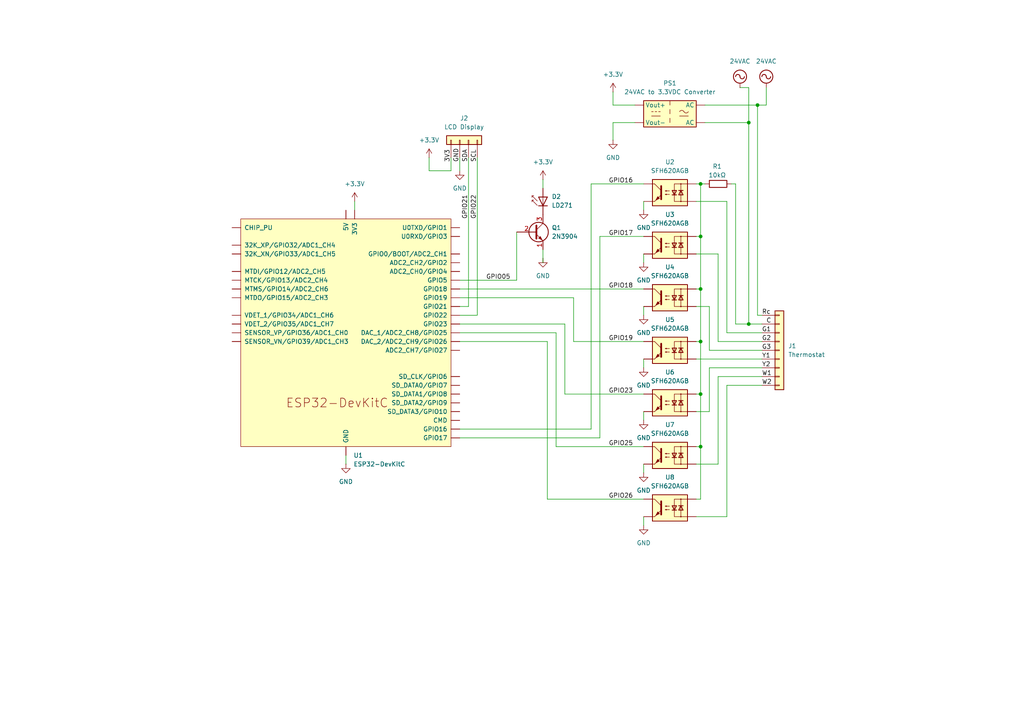
<source format=kicad_sch>
(kicad_sch (version 20231120) (generator "eeschema") (generator_version "8.0")
  (paper "A4")
  (lib_symbols
    (symbol "Connector_Generic:Conn_01x04" (pin_numbers hide) (pin_names (offset 1.016) hide)
      (property "Reference" "J" (at 0 5.08 0))
      (property "Value" "Conn_01x04" (at 0 -7.62 0))
      (symbol "Conn_01x04_1_1"
        (rectangle (start -1.27 -4.953) (end 0 -5.207) (stroke (width 0.1524)))
        (rectangle (start -1.27 -2.413) (end 0 -2.667) (stroke (width 0.1524)))
        (rectangle (start -1.27 0.127) (end 0 -0.127) (stroke (width 0.1524)))
        (rectangle (start -1.27 2.667) (end 0 2.413) (stroke (width 0.1524)))
        (rectangle (start -1.27 3.81) (end 1.27 -6.35) (stroke (width 0.254)) (fill (type background)))
        (pin passive line (at -5.08 2.54 0) (length 3.81) (name "Pin_1") (number "1"))
        (pin passive line (at -5.08 0 0) (length 3.81) (name "Pin_2") (number "2"))
        (pin passive line (at -5.08 -2.54 0) (length 3.81) (name "Pin_3") (number "3"))
        (pin passive line (at -5.08 -5.08 0) (length 3.81) (name "Pin_4") (number "4"))
      )
    )
    (symbol "Connector_Generic:Conn_01x09" (pin_numbers hide) (pin_names (offset 1.016) hide)
      (property "Reference" "J" (at 0 12.7 0))
      (property "Value" "Conn_01x09" (at 0 -12.7 0))
      (symbol "Conn_01x09_1_1"
        (rectangle (start -1.27 -10.033) (end 0 -10.287) (stroke (width 0.1524)))
        (rectangle (start -1.27 -7.493) (end 0 -7.747) (stroke (width 0.1524)))
        (rectangle (start -1.27 -4.953) (end 0 -5.207) (stroke (width 0.1524)))
        (rectangle (start -1.27 -2.413) (end 0 -2.667) (stroke (width 0.1524)))
        (rectangle (start -1.27 0.127) (end 0 -0.127) (stroke (width 0.1524)))
        (rectangle (start -1.27 2.667) (end 0 2.413) (stroke (width 0.1524)))
        (rectangle (start -1.27 5.207) (end 0 4.953) (stroke (width 0.1524)))
        (rectangle (start -1.27 7.747) (end 0 7.493) (stroke (width 0.1524)))
        (rectangle (start -1.27 10.287) (end 0 10.033) (stroke (width 0.1524)))
        (rectangle (start -1.27 11.43) (end 1.27 -11.43) (stroke (width 0.254)) (fill (type background)))
        (pin passive line (at -5.08 10.16 0) (length 3.81) (name "Pin_1") (number "1"))
        (pin passive line (at -5.08 7.62 0) (length 3.81) (name "Pin_2") (number "2"))
        (pin passive line (at -5.08 5.08 0) (length 3.81) (name "Pin_3") (number "3"))
        (pin passive line (at -5.08 2.54 0) (length 3.81) (name "Pin_4") (number "4"))
        (pin passive line (at -5.08 0 0) (length 3.81) (name "Pin_5") (number "5"))
        (pin passive line (at -5.08 -2.54 0) (length 3.81) (name "Pin_6") (number "6"))
        (pin passive line (at -5.08 -5.08 0) (length 3.81) (name "Pin_7") (number "7"))
        (pin passive line (at -5.08 -7.62 0) (length 3.81) (name "Pin_8") (number "8"))
        (pin passive line (at -5.08 -10.16 0) (length 3.81) (name "Pin_9") (number "9"))
      )
    )
    (symbol "Converter_ACDC:TMLM10124" (pin_numbers hide)
      (property "Reference" "PS" (at 0 5.08 0))
      (property "Value" "TMLM10124" (at 0 -5.08 0))
      (symbol "TMLM10124_0_1"
        (rectangle (start -7.62 3.81) (end 7.62 -3.81) (stroke (width 0.254)) (fill (type background)))
        (arc (start -5.334 0.635) (mid -4.699 0.2495) (end -4.064 0.635))
        (arc (start -2.794 0.635) (mid -3.429 1.0072) (end -4.064 0.635))
        (polyline (pts (xy -5.334 -0.635) (xy -2.794 -0.635)))
        (polyline (pts (xy 2.794 -0.635) (xy 5.334 -0.635)))
        (polyline (pts (xy 2.794 0.635) (xy 3.302 0.635)))
        (polyline (pts (xy 3.81 0.635) (xy 4.318 0.635)))
        (polyline (pts (xy 4.826 0.635) (xy 5.334 0.635)))
      )
      (symbol "TMLM10124_1_1"
        (polyline (pts (xy 0 -1.27) (xy 0 -2.54)))
        (polyline (pts (xy 0 1.27) (xy 0 0)))
        (polyline (pts (xy 0 3.81) (xy 0 2.54)))
        (pin power_out line (at 10.16 -2.54 180) (length 2.54) (name "Vout-") (number "1"))
        (pin power_out line (at 10.16 2.54 180) (length 2.54) (name "Vout+") (number "2"))
        (pin power_in line (at -10.16 2.54 0) (length 2.54) (name "AC") (number "3"))
        (pin power_in line (at -10.16 -2.54 0) (length 2.54) (name "AC") (number "4"))
      )
    )
    (symbol "Device:R" (pin_numbers hide) (pin_names (offset 0))
      (property "Reference" "R" (at 2.032 0 90))
      (property "Value" "R" (at 0 0 90))
      (symbol "R_0_1"
        (rectangle (start -1.016 -2.54) (end 1.016 2.54) (stroke (width 0.254)))
      )
      (symbol "R_1_1"
        (pin passive line (at 0 3.81 270) (length 1.27) (name "~") (number "1"))
        (pin passive line (at 0 -3.81 90) (length 1.27) (name "~") (number "2"))
      )
    )
    (symbol "Isolator:TCMT1600" (pin_numbers hide) (pin_names (offset 1.016))
      (property "Reference" "U" (at -5.08 5.08 0))
      (property "Value" "TCMT1600" (at 0 5.08 0))
      (symbol "TCMT1600_0_1"
        (rectangle (start -5.08 3.81) (end 5.08 -3.81) (stroke (width 0.254)) (fill (type background)))
        (circle (center -3.175 -2.54) (radius 0.127))
        (circle (center -3.175 2.54) (radius 0.127))
        (polyline (pts (xy -3.81 0.635) (xy -2.54 0.635)) (stroke (width 0.254)))
        (polyline (pts (xy -3.175 -0.635) (xy -3.175 -2.54)))
        (polyline (pts (xy -3.175 -0.635) (xy -3.175 2.54)))
        (polyline (pts (xy -1.905 -0.635) (xy -0.635 -0.635)) (stroke (width 0.254)))
        (polyline (pts (xy 2.54 0.635) (xy 4.445 2.54)))
        (polyline (pts (xy 4.445 -2.54) (xy 2.54 -0.635)) (fill (type outline)))
        (polyline (pts (xy 4.445 -2.54) (xy 5.08 -2.54)))
        (polyline (pts (xy 4.445 2.54) (xy 5.08 2.54)))
        (polyline (pts (xy -5.08 2.54) (xy -1.27 2.54) (xy -1.27 -0.635)))
        (polyline (pts (xy -1.27 -0.635) (xy -1.27 -2.54) (xy -5.08 -2.54)))
        (polyline (pts (xy 2.54 1.905) (xy 2.54 -1.905) (xy 2.54 -1.905)) (stroke (width 0.508)))
        (polyline (pts (xy -3.175 0.635) (xy -3.81 -0.635) (xy -2.54 -0.635) (xy -3.175 0.635)) (stroke (width 0.254)))
        (polyline (pts (xy -1.27 -0.635) (xy -1.905 0.635) (xy -0.635 0.635) (xy -1.27 -0.635)) (stroke (width 0.254)))
        (polyline (pts (xy 0.127 -0.508) (xy 1.397 -0.508) (xy 1.016 -0.635) (xy 1.016 -0.381) (xy 1.397 -0.508)))
        (polyline (pts (xy 0.127 0.508) (xy 1.397 0.508) (xy 1.016 0.381) (xy 1.016 0.635) (xy 1.397 0.508)))
        (polyline (pts (xy 3.048 -1.651) (xy 3.556 -1.143) (xy 4.064 -2.159) (xy 3.048 -1.651) (xy 3.048 -1.651)) (fill (type outline)))
      )
      (symbol "TCMT1600_1_1"
        (pin passive line (at -7.62 2.54 0) (length 2.54) (name "~") (number "1"))
        (pin passive line (at -7.62 -2.54 0) (length 2.54) (name "~") (number "2"))
        (pin passive line (at 7.62 -2.54 180) (length 2.54) (name "~") (number "3"))
        (pin passive line (at 7.62 2.54 180) (length 2.54) (name "~") (number "4"))
      )
    )
    (symbol "LED:LD271" (pin_numbers hide) (pin_names (offset 1.016) hide)
      (property "Reference" "D" (at 0.508 1.778 0))
      (property "Value" "LD271" (at -1.016 -2.794 0))
      (symbol "LD271_0_1"
        (polyline (pts (xy -2.54 1.27) (xy -2.54 -1.27)) (stroke (width 0.254)))
        (polyline (pts (xy 0 0) (xy -2.54 0)))
        (polyline (pts (xy 0.381 3.175) (xy -0.127 3.175)))
        (polyline (pts (xy -1.143 1.651) (xy 0.381 3.175) (xy 0.381 2.667)))
        (polyline (pts (xy 0 -1.27) (xy -2.54 0) (xy 0 1.27) (xy 0 -1.27)) (stroke (width 0.254)))
        (polyline (pts (xy -2.413 1.651) (xy -0.889 3.175) (xy -0.889 2.667) (xy -0.889 3.175) (xy -1.397 3.175)))
      )
      (symbol "LD271_1_1"
        (pin passive line (at -5.08 0 0) (length 2.54) (name "K") (number "1"))
        (pin passive line (at 2.54 0 180) (length 2.54) (name "A") (number "2"))
      )
    )
    (symbol "PCM_Espressif:ESP32-DevKitC" (pin_numbers hide) (pin_names (offset 1.016))
      (property "Reference" "U" (at -30.48 38.1 0))
      (property "Value" "ESP32-DevKitC" (at -30.48 35.56 0))
      (symbol "ESP32-DevKitC_0_0"
        (text "ESP32-DevKitC" (at -2.54 -20.32 0) (effects (font (size 2.54 2.54))))
        (pin power_in line (at 0 -35.56 90) (length 2.54) (name "GND") (number "14"))
        (pin power_in line (at 0 35.56 270) (length 2.54) (name "5V") (number "19"))
      )
      (symbol "ESP32-DevKitC_0_1"
        (rectangle (start -30.48 33.02) (end 30.48 -33.02) (fill (type background)))
      )
      (symbol "ESP32-DevKitC_1_1"
        (pin power_in line (at 2.54 35.56 270) (length 2.54) (name "3V3") (number "1"))
        (pin bidirectional line (at 33.02 -2.54 180) (length 2.54) (name "DAC_2/ADC2_CH9/GPIO26") (number "10"))
        (pin bidirectional line (at 33.02 -5.08 180) (length 2.54) (name "ADC2_CH7/GPIO27") (number "11"))
        (pin bidirectional line (at -33.02 12.7 0) (length 2.54) (name "MTMS/GPIO14/ADC2_CH6") (number "12"))
        (pin bidirectional line (at -33.02 17.78 0) (length 2.54) (name "MTDI/GPIO12/ADC2_CH5") (number "13"))
        (pin bidirectional line (at -33.02 15.24 0) (length 2.54) (name "MTCK/GPIO13/ADC2_CH4") (number "15"))
        (pin bidirectional line (at 33.02 -20.32 180) (length 2.54) (name "SD_DATA2/GPIO9") (number "16"))
        (pin bidirectional line (at 33.02 -22.86 180) (length 2.54) (name "SD_DATA3/GPIO10") (number "17"))
        (pin bidirectional line (at 33.02 -25.4 180) (length 2.54) (name "CMD") (number "18"))
        (pin input line (at -33.02 30.48 0) (length 2.54) (name "CHIP_PU") (number "2"))
        (pin bidirectional line (at 33.02 -12.7 180) (length 2.54) (name "SD_CLK/GPIO6") (number "20"))
        (pin bidirectional line (at 33.02 -15.24 180) (length 2.54) (name "SD_DATA0/GPIO7") (number "21"))
        (pin bidirectional line (at 33.02 -17.78 180) (length 2.54) (name "SD_DATA1/GPIO8") (number "22"))
        (pin bidirectional line (at -33.02 10.16 0) (length 2.54) (name "MTDO/GPIO15/ADC2_CH3") (number "23"))
        (pin bidirectional line (at 33.02 20.32 180) (length 2.54) (name "ADC2_CH2/GPIO2") (number "24"))
        (pin bidirectional line (at 33.02 22.86 180) (length 2.54) (name "GPIO0/BOOT/ADC2_CH1") (number "25"))
        (pin bidirectional line (at 33.02 17.78 180) (length 2.54) (name "ADC2_CH0/GPIO4") (number "26"))
        (pin bidirectional line (at 33.02 -27.94 180) (length 2.54) (name "GPIO16") (number "27"))
        (pin bidirectional line (at 33.02 -30.48 180) (length 2.54) (name "GPIO17") (number "28"))
        (pin bidirectional line (at 33.02 15.24 180) (length 2.54) (name "GPIO5") (number "29"))
        (pin input line (at -33.02 0 0) (length 2.54) (name "SENSOR_VP/GPIO36/ADC1_CH0") (number "3"))
        (pin bidirectional line (at 33.02 12.7 180) (length 2.54) (name "GPIO18") (number "30"))
        (pin bidirectional line (at 33.02 10.16 180) (length 2.54) (name "GPIO19") (number "31"))
        (pin passive line (at 0 -35.56 90) (length 2.54) hide (name "GND") (number "32"))
        (pin bidirectional line (at 33.02 7.62 180) (length 2.54) (name "GPIO21") (number "33"))
        (pin bidirectional line (at 33.02 27.94 180) (length 2.54) (name "U0RXD/GPIO3") (number "34"))
        (pin bidirectional line (at 33.02 30.48 180) (length 2.54) (name "U0TXD/GPIO1") (number "35"))
        (pin bidirectional line (at 33.02 5.08 180) (length 2.54) (name "GPIO22") (number "36"))
        (pin bidirectional line (at 33.02 2.54 180) (length 2.54) (name "GPIO23") (number "37"))
        (pin passive line (at 0 -35.56 90) (length 2.54) hide (name "GND") (number "38"))
        (pin input line (at -33.02 -2.54 0) (length 2.54) (name "SENSOR_VN/GPIO39/ADC1_CH3") (number "4"))
        (pin input line (at -33.02 5.08 0) (length 2.54) (name "VDET_1/GPIO34/ADC1_CH6") (number "5"))
        (pin input line (at -33.02 2.54 0) (length 2.54) (name "VDET_2/GPIO35/ADC1_CH7") (number "6"))
        (pin bidirectional line (at -33.02 25.4 0) (length 2.54) (name "32K_XP/GPIO32/ADC1_CH4") (number "7"))
        (pin bidirectional line (at -33.02 22.86 0) (length 2.54) (name "32K_XN/GPIO33/ADC1_CH5") (number "8"))
        (pin bidirectional line (at 33.02 0 180) (length 2.54) (name "DAC_1/ADC2_CH8/GPIO25") (number "9"))
      )
    )
    (symbol "TCMT1600_1" (pin_numbers hide) (pin_names (offset 1.016))
      (property "Reference" "U" (at -5.08 5.08 0))
      (property "Value" "TCMT1600" (at 0 5.08 0))
      (symbol "TCMT1600_1_0_1"
        (rectangle (start -5.08 3.81) (end 5.08 -3.81) (stroke (width 0.254)) (fill (type background)))
        (circle (center -3.175 -2.54) (radius 0.127))
        (circle (center -3.175 2.54) (radius 0.127))
        (polyline (pts (xy -3.81 0.635) (xy -2.54 0.635)) (stroke (width 0.254)))
        (polyline (pts (xy -3.175 -0.635) (xy -3.175 -2.54)))
        (polyline (pts (xy -3.175 -0.635) (xy -3.175 2.54)))
        (polyline (pts (xy -1.905 -0.635) (xy -0.635 -0.635)) (stroke (width 0.254)))
        (polyline (pts (xy 2.54 0.635) (xy 4.445 2.54)))
        (polyline (pts (xy 4.445 -2.54) (xy 2.54 -0.635)) (fill (type outline)))
        (polyline (pts (xy 4.445 -2.54) (xy 5.08 -2.54)))
        (polyline (pts (xy 4.445 2.54) (xy 5.08 2.54)))
        (polyline (pts (xy -5.08 2.54) (xy -1.27 2.54) (xy -1.27 -0.635)))
        (polyline (pts (xy -1.27 -0.635) (xy -1.27 -2.54) (xy -5.08 -2.54)))
        (polyline (pts (xy 2.54 1.905) (xy 2.54 -1.905) (xy 2.54 -1.905)) (stroke (width 0.508)))
        (polyline (pts (xy -3.175 0.635) (xy -3.81 -0.635) (xy -2.54 -0.635) (xy -3.175 0.635)) (stroke (width 0.254)))
        (polyline (pts (xy -1.27 -0.635) (xy -1.905 0.635) (xy -0.635 0.635) (xy -1.27 -0.635)) (stroke (width 0.254)))
        (polyline (pts (xy 0.127 -0.508) (xy 1.397 -0.508) (xy 1.016 -0.635) (xy 1.016 -0.381) (xy 1.397 -0.508)))
        (polyline (pts (xy 0.127 0.508) (xy 1.397 0.508) (xy 1.016 0.381) (xy 1.016 0.635) (xy 1.397 0.508)))
        (polyline (pts (xy 3.048 -1.651) (xy 3.556 -1.143) (xy 4.064 -2.159) (xy 3.048 -1.651) (xy 3.048 -1.651)) (fill (type outline)))
      )
      (symbol "TCMT1600_1_1_1"
        (pin passive line (at -7.62 2.54 0) (length 2.54) (name "~") (number "1"))
        (pin passive line (at -7.62 -2.54 0) (length 2.54) (name "~") (number "2"))
        (pin passive line (at 7.62 -2.54 180) (length 2.54) (name "~") (number "3"))
        (pin passive line (at 7.62 2.54 180) (length 2.54) (name "~") (number "4"))
      )
    )
    (symbol "TCMT1600_2" (pin_numbers hide) (pin_names (offset 1.016))
      (property "Reference" "U" (at -5.08 5.08 0))
      (property "Value" "TCMT1600" (at 0 5.08 0))
      (symbol "TCMT1600_2_0_1"
        (rectangle (start -5.08 3.81) (end 5.08 -3.81) (stroke (width 0.254)) (fill (type background)))
        (circle (center -3.175 -2.54) (radius 0.127))
        (circle (center -3.175 2.54) (radius 0.127))
        (polyline (pts (xy -3.81 0.635) (xy -2.54 0.635)) (stroke (width 0.254)))
        (polyline (pts (xy -3.175 -0.635) (xy -3.175 -2.54)))
        (polyline (pts (xy -3.175 -0.635) (xy -3.175 2.54)))
        (polyline (pts (xy -1.905 -0.635) (xy -0.635 -0.635)) (stroke (width 0.254)))
        (polyline (pts (xy 2.54 0.635) (xy 4.445 2.54)))
        (polyline (pts (xy 4.445 -2.54) (xy 2.54 -0.635)) (fill (type outline)))
        (polyline (pts (xy 4.445 -2.54) (xy 5.08 -2.54)))
        (polyline (pts (xy 4.445 2.54) (xy 5.08 2.54)))
        (polyline (pts (xy -5.08 2.54) (xy -1.27 2.54) (xy -1.27 -0.635)))
        (polyline (pts (xy -1.27 -0.635) (xy -1.27 -2.54) (xy -5.08 -2.54)))
        (polyline (pts (xy 2.54 1.905) (xy 2.54 -1.905) (xy 2.54 -1.905)) (stroke (width 0.508)))
        (polyline (pts (xy -3.175 0.635) (xy -3.81 -0.635) (xy -2.54 -0.635) (xy -3.175 0.635)) (stroke (width 0.254)))
        (polyline (pts (xy -1.27 -0.635) (xy -1.905 0.635) (xy -0.635 0.635) (xy -1.27 -0.635)) (stroke (width 0.254)))
        (polyline (pts (xy 0.127 -0.508) (xy 1.397 -0.508) (xy 1.016 -0.635) (xy 1.016 -0.381) (xy 1.397 -0.508)))
        (polyline (pts (xy 0.127 0.508) (xy 1.397 0.508) (xy 1.016 0.381) (xy 1.016 0.635) (xy 1.397 0.508)))
        (polyline (pts (xy 3.048 -1.651) (xy 3.556 -1.143) (xy 4.064 -2.159) (xy 3.048 -1.651) (xy 3.048 -1.651)) (fill (type outline)))
      )
      (symbol "TCMT1600_2_1_1"
        (pin passive line (at -7.62 2.54 0) (length 2.54) (name "~") (number "1"))
        (pin passive line (at -7.62 -2.54 0) (length 2.54) (name "~") (number "2"))
        (pin passive line (at 7.62 -2.54 180) (length 2.54) (name "~") (number "3"))
        (pin passive line (at 7.62 2.54 180) (length 2.54) (name "~") (number "4"))
      )
    )
    (symbol "TCMT1600_3" (pin_numbers hide) (pin_names (offset 1.016))
      (property "Reference" "U" (at -5.08 5.08 0))
      (property "Value" "TCMT1600" (at 0 5.08 0))
      (symbol "TCMT1600_3_0_1"
        (rectangle (start -5.08 3.81) (end 5.08 -3.81) (stroke (width 0.254)) (fill (type background)))
        (circle (center -3.175 -2.54) (radius 0.127))
        (circle (center -3.175 2.54) (radius 0.127))
        (polyline (pts (xy -3.81 0.635) (xy -2.54 0.635)) (stroke (width 0.254)))
        (polyline (pts (xy -3.175 -0.635) (xy -3.175 -2.54)))
        (polyline (pts (xy -3.175 -0.635) (xy -3.175 2.54)))
        (polyline (pts (xy -1.905 -0.635) (xy -0.635 -0.635)) (stroke (width 0.254)))
        (polyline (pts (xy 2.54 0.635) (xy 4.445 2.54)))
        (polyline (pts (xy 4.445 -2.54) (xy 2.54 -0.635)) (fill (type outline)))
        (polyline (pts (xy 4.445 -2.54) (xy 5.08 -2.54)))
        (polyline (pts (xy 4.445 2.54) (xy 5.08 2.54)))
        (polyline (pts (xy -5.08 2.54) (xy -1.27 2.54) (xy -1.27 -0.635)))
        (polyline (pts (xy -1.27 -0.635) (xy -1.27 -2.54) (xy -5.08 -2.54)))
        (polyline (pts (xy 2.54 1.905) (xy 2.54 -1.905) (xy 2.54 -1.905)) (stroke (width 0.508)))
        (polyline (pts (xy -3.175 0.635) (xy -3.81 -0.635) (xy -2.54 -0.635) (xy -3.175 0.635)) (stroke (width 0.254)))
        (polyline (pts (xy -1.27 -0.635) (xy -1.905 0.635) (xy -0.635 0.635) (xy -1.27 -0.635)) (stroke (width 0.254)))
        (polyline (pts (xy 0.127 -0.508) (xy 1.397 -0.508) (xy 1.016 -0.635) (xy 1.016 -0.381) (xy 1.397 -0.508)))
        (polyline (pts (xy 0.127 0.508) (xy 1.397 0.508) (xy 1.016 0.381) (xy 1.016 0.635) (xy 1.397 0.508)))
        (polyline (pts (xy 3.048 -1.651) (xy 3.556 -1.143) (xy 4.064 -2.159) (xy 3.048 -1.651) (xy 3.048 -1.651)) (fill (type outline)))
      )
      (symbol "TCMT1600_3_1_1"
        (pin passive line (at -7.62 2.54 0) (length 2.54) (name "~") (number "1"))
        (pin passive line (at -7.62 -2.54 0) (length 2.54) (name "~") (number "2"))
        (pin passive line (at 7.62 -2.54 180) (length 2.54) (name "~") (number "3"))
        (pin passive line (at 7.62 2.54 180) (length 2.54) (name "~") (number "4"))
      )
    )
    (symbol "TCMT1600_4" (pin_numbers hide) (pin_names (offset 1.016))
      (property "Reference" "U" (at -5.08 5.08 0))
      (property "Value" "TCMT1600" (at 0 5.08 0))
      (symbol "TCMT1600_4_0_1"
        (rectangle (start -5.08 3.81) (end 5.08 -3.81) (stroke (width 0.254)) (fill (type background)))
        (circle (center -3.175 -2.54) (radius 0.127))
        (circle (center -3.175 2.54) (radius 0.127))
        (polyline (pts (xy -3.81 0.635) (xy -2.54 0.635)) (stroke (width 0.254)))
        (polyline (pts (xy -3.175 -0.635) (xy -3.175 -2.54)))
        (polyline (pts (xy -3.175 -0.635) (xy -3.175 2.54)))
        (polyline (pts (xy -1.905 -0.635) (xy -0.635 -0.635)) (stroke (width 0.254)))
        (polyline (pts (xy 2.54 0.635) (xy 4.445 2.54)))
        (polyline (pts (xy 4.445 -2.54) (xy 2.54 -0.635)) (fill (type outline)))
        (polyline (pts (xy 4.445 -2.54) (xy 5.08 -2.54)))
        (polyline (pts (xy 4.445 2.54) (xy 5.08 2.54)))
        (polyline (pts (xy -5.08 2.54) (xy -1.27 2.54) (xy -1.27 -0.635)))
        (polyline (pts (xy -1.27 -0.635) (xy -1.27 -2.54) (xy -5.08 -2.54)))
        (polyline (pts (xy 2.54 1.905) (xy 2.54 -1.905) (xy 2.54 -1.905)) (stroke (width 0.508)))
        (polyline (pts (xy -3.175 0.635) (xy -3.81 -0.635) (xy -2.54 -0.635) (xy -3.175 0.635)) (stroke (width 0.254)))
        (polyline (pts (xy -1.27 -0.635) (xy -1.905 0.635) (xy -0.635 0.635) (xy -1.27 -0.635)) (stroke (width 0.254)))
        (polyline (pts (xy 0.127 -0.508) (xy 1.397 -0.508) (xy 1.016 -0.635) (xy 1.016 -0.381) (xy 1.397 -0.508)))
        (polyline (pts (xy 0.127 0.508) (xy 1.397 0.508) (xy 1.016 0.381) (xy 1.016 0.635) (xy 1.397 0.508)))
        (polyline (pts (xy 3.048 -1.651) (xy 3.556 -1.143) (xy 4.064 -2.159) (xy 3.048 -1.651) (xy 3.048 -1.651)) (fill (type outline)))
      )
      (symbol "TCMT1600_4_1_1"
        (pin passive line (at -7.62 2.54 0) (length 2.54) (name "~") (number "1"))
        (pin passive line (at -7.62 -2.54 0) (length 2.54) (name "~") (number "2"))
        (pin passive line (at 7.62 -2.54 180) (length 2.54) (name "~") (number "3"))
        (pin passive line (at 7.62 2.54 180) (length 2.54) (name "~") (number "4"))
      )
    )
    (symbol "TCMT1600_5" (pin_numbers hide) (pin_names (offset 1.016))
      (property "Reference" "U" (at -5.08 5.08 0))
      (property "Value" "TCMT1600" (at 0 5.08 0))
      (symbol "TCMT1600_5_0_1"
        (rectangle (start -5.08 3.81) (end 5.08 -3.81) (stroke (width 0.254)) (fill (type background)))
        (circle (center -3.175 -2.54) (radius 0.127))
        (circle (center -3.175 2.54) (radius 0.127))
        (polyline (pts (xy -3.81 0.635) (xy -2.54 0.635)) (stroke (width 0.254)))
        (polyline (pts (xy -3.175 -0.635) (xy -3.175 -2.54)))
        (polyline (pts (xy -3.175 -0.635) (xy -3.175 2.54)))
        (polyline (pts (xy -1.905 -0.635) (xy -0.635 -0.635)) (stroke (width 0.254)))
        (polyline (pts (xy 2.54 0.635) (xy 4.445 2.54)))
        (polyline (pts (xy 4.445 -2.54) (xy 2.54 -0.635)) (fill (type outline)))
        (polyline (pts (xy 4.445 -2.54) (xy 5.08 -2.54)))
        (polyline (pts (xy 4.445 2.54) (xy 5.08 2.54)))
        (polyline (pts (xy -5.08 2.54) (xy -1.27 2.54) (xy -1.27 -0.635)))
        (polyline (pts (xy -1.27 -0.635) (xy -1.27 -2.54) (xy -5.08 -2.54)))
        (polyline (pts (xy 2.54 1.905) (xy 2.54 -1.905) (xy 2.54 -1.905)) (stroke (width 0.508)))
        (polyline (pts (xy -3.175 0.635) (xy -3.81 -0.635) (xy -2.54 -0.635) (xy -3.175 0.635)) (stroke (width 0.254)))
        (polyline (pts (xy -1.27 -0.635) (xy -1.905 0.635) (xy -0.635 0.635) (xy -1.27 -0.635)) (stroke (width 0.254)))
        (polyline (pts (xy 0.127 -0.508) (xy 1.397 -0.508) (xy 1.016 -0.635) (xy 1.016 -0.381) (xy 1.397 -0.508)))
        (polyline (pts (xy 0.127 0.508) (xy 1.397 0.508) (xy 1.016 0.381) (xy 1.016 0.635) (xy 1.397 0.508)))
        (polyline (pts (xy 3.048 -1.651) (xy 3.556 -1.143) (xy 4.064 -2.159) (xy 3.048 -1.651) (xy 3.048 -1.651)) (fill (type outline)))
      )
      (symbol "TCMT1600_5_1_1"
        (pin passive line (at -7.62 2.54 0) (length 2.54) (name "~") (number "1"))
        (pin passive line (at -7.62 -2.54 0) (length 2.54) (name "~") (number "2"))
        (pin passive line (at 7.62 -2.54 180) (length 2.54) (name "~") (number "3"))
        (pin passive line (at 7.62 2.54 180) (length 2.54) (name "~") (number "4"))
      )
    )
    (symbol "TCMT1600_6" (pin_numbers hide) (pin_names (offset 1.016))
      (property "Reference" "U" (at -5.08 5.08 0))
      (property "Value" "TCMT1600" (at 0 5.08 0))
      (symbol "TCMT1600_6_0_1"
        (rectangle (start -5.08 3.81) (end 5.08 -3.81) (stroke (width 0.254)) (fill (type background)))
        (circle (center -3.175 -2.54) (radius 0.127))
        (circle (center -3.175 2.54) (radius 0.127))
        (polyline (pts (xy -3.81 0.635) (xy -2.54 0.635)) (stroke (width 0.254)))
        (polyline (pts (xy -3.175 -0.635) (xy -3.175 -2.54)))
        (polyline (pts (xy -3.175 -0.635) (xy -3.175 2.54)))
        (polyline (pts (xy -1.905 -0.635) (xy -0.635 -0.635)) (stroke (width 0.254)))
        (polyline (pts (xy 2.54 0.635) (xy 4.445 2.54)))
        (polyline (pts (xy 4.445 -2.54) (xy 2.54 -0.635)) (fill (type outline)))
        (polyline (pts (xy 4.445 -2.54) (xy 5.08 -2.54)))
        (polyline (pts (xy 4.445 2.54) (xy 5.08 2.54)))
        (polyline (pts (xy -5.08 2.54) (xy -1.27 2.54) (xy -1.27 -0.635)))
        (polyline (pts (xy -1.27 -0.635) (xy -1.27 -2.54) (xy -5.08 -2.54)))
        (polyline (pts (xy 2.54 1.905) (xy 2.54 -1.905) (xy 2.54 -1.905)) (stroke (width 0.508)))
        (polyline (pts (xy -3.175 0.635) (xy -3.81 -0.635) (xy -2.54 -0.635) (xy -3.175 0.635)) (stroke (width 0.254)))
        (polyline (pts (xy -1.27 -0.635) (xy -1.905 0.635) (xy -0.635 0.635) (xy -1.27 -0.635)) (stroke (width 0.254)))
        (polyline (pts (xy 0.127 -0.508) (xy 1.397 -0.508) (xy 1.016 -0.635) (xy 1.016 -0.381) (xy 1.397 -0.508)))
        (polyline (pts (xy 0.127 0.508) (xy 1.397 0.508) (xy 1.016 0.381) (xy 1.016 0.635) (xy 1.397 0.508)))
        (polyline (pts (xy 3.048 -1.651) (xy 3.556 -1.143) (xy 4.064 -2.159) (xy 3.048 -1.651) (xy 3.048 -1.651)) (fill (type outline)))
      )
      (symbol "TCMT1600_6_1_1"
        (pin passive line (at -7.62 2.54 0) (length 2.54) (name "~") (number "1"))
        (pin passive line (at -7.62 -2.54 0) (length 2.54) (name "~") (number "2"))
        (pin passive line (at 7.62 -2.54 180) (length 2.54) (name "~") (number "3"))
        (pin passive line (at 7.62 2.54 180) (length 2.54) (name "~") (number "4"))
      )
    )
    (symbol "Transistor_BJT:2N3904" (pin_names (offset 0) hide)
      (property "Reference" "Q" (at 5.08 1.905 0))
      (property "Value" "2N3904" (at 5.08 0 0))
      (symbol "2N3904_0_1"
        (polyline (pts (xy 0.635 0.635) (xy 2.54 2.54)))
        (polyline (pts (xy 0.635 -0.635) (xy 2.54 -2.54) (xy 2.54 -2.54)))
        (polyline (pts (xy 0.635 1.905) (xy 0.635 -1.905) (xy 0.635 -1.905)) (stroke (width 0.508)))
        (polyline (pts (xy 1.27 -1.778) (xy 1.778 -1.27) (xy 2.286 -2.286) (xy 1.27 -1.778) (xy 1.27 -1.778)) (fill (type outline)))
        (circle (center 1.27 0) (radius 2.8194) (stroke (width 0.254)))
      )
      (symbol "2N3904_1_1"
        (pin passive line (at 2.54 -5.08 90) (length 2.54) (name "E") (number "1"))
        (pin passive line (at -5.08 0 0) (length 5.715) (name "B") (number "2"))
        (pin passive line (at 2.54 5.08 270) (length 2.54) (name "C") (number "3"))
      )
    )
    (symbol "power:+3.3V" (power) (pin_numbers hide) (pin_names (offset 0) hide)
      (property "Value" "+3.3V" (at 0 3.556 0))
      (symbol "+3.3V_0_1"
        (polyline (pts (xy -0.762 1.27) (xy 0 2.54)))
        (polyline (pts (xy 0 0) (xy 0 2.54)))
        (polyline (pts (xy 0 2.54) (xy 0.762 1.27)))
      )
      (symbol "+3.3V_1_1"
        (pin power_in line (at 0 0 90) (length 0) (name "~") (number "1"))
      )
    )
    (symbol "power:GND" (power) (pin_numbers hide) (pin_names (offset 0) hide)
      (property "Value" "GND" (at 0 -3.81 0))
      (symbol "GND_0_1"
        (polyline (pts (xy 0 0) (xy 0 -1.27) (xy 1.27 -1.27) (xy 0 -2.54) (xy -1.27 -1.27) (xy 0 -1.27)))
      )
      (symbol "GND_1_1"
        (pin power_in line (at 0 0 270) (length 0) (name "~") (number "1"))
      )
    )
    (symbol "power:VAC" (power) (pin_numbers hide) (pin_names (offset 0) hide)
      (property "Value" "VAC" (at 0 6.35 0))
      (symbol "VAC_0_1"
        (polyline (pts (xy 0 0) (xy 0 1.27)))
        (arc (start 0 3.175) (mid -0.635 3.8073) (end -1.27 3.175) (stroke (width 0.254)))
        (arc (start 0 3.175) (mid 0.635 2.5427) (end 1.27 3.175) (stroke (width 0.254)))
        (circle (center 0 3.175) (radius 1.905) (stroke (width 0.254)))
      )
      (symbol "VAC_1_1"
        (pin power_in line (at 0 0 90) (length 0) (name "~") (number "1"))
      )
    )
  )
  (junction (at 203.2 114.3))
  (junction (at 203.2 83.82))
  (junction (at 203.2 68.58))
  (junction (at 219.71 30.48))
  (junction (at 217.17 35.56))
  (junction (at 203.2 53.34))
  (junction (at 217.17 93.98))
  (junction (at 203.2 129.54))
  (junction (at 203.2 99.06))
  (wire (pts (xy 212.09 53.34) (xy 213.36 53.34)))
  (wire (pts (xy 205.74 88.9) (xy 205.74 101.6)))
  (wire (pts (xy 210.82 149.86) (xy 210.82 111.76)))
  (wire (pts (xy 166.37 86.36) (xy 166.37 99.06)))
  (wire (pts (xy 163.83 93.98) (xy 163.83 114.3)))
  (wire (pts (xy 157.48 72.39) (xy 157.48 76.2)))
  (wire (pts (xy 171.45 53.34) (xy 186.69 53.34)))
  (wire (pts (xy 201.93 129.54) (xy 203.2 129.54)))
  (wire (pts (xy 217.17 25.4) (xy 217.17 35.56)))
  (wire (pts (xy 203.2 53.34) (xy 203.2 68.58)))
  (wire (pts (xy 158.75 144.78) (xy 186.69 144.78)))
  (wire (pts (xy 158.75 99.06) (xy 158.75 144.78)))
  (wire (pts (xy 203.2 129.54) (xy 203.2 144.78)))
  (wire (pts (xy 133.35 88.9) (xy 135.89 88.9)))
  (wire (pts (xy 213.36 93.98) (xy 217.17 93.98)))
  (wire (pts (xy 219.71 91.44) (xy 220.98 91.44)))
  (wire (pts (xy 201.93 149.86) (xy 210.82 149.86)))
  (wire (pts (xy 201.93 53.34) (xy 203.2 53.34)))
  (wire (pts (xy 171.45 53.34) (xy 171.45 124.46)))
  (wire (pts (xy 210.82 58.42) (xy 210.82 96.52)))
  (wire (pts (xy 201.93 58.42) (xy 210.82 58.42)))
  (wire (pts (xy 157.48 52.07) (xy 157.48 54.61)))
  (wire (pts (xy 124.46 45.72) (xy 124.46 49.53)))
  (wire (pts (xy 133.35 96.52) (xy 161.29 96.52)))
  (wire (pts (xy 166.37 99.06) (xy 186.69 99.06)))
  (wire (pts (xy 217.17 35.56) (xy 217.17 93.98)))
  (wire (pts (xy 133.35 99.06) (xy 158.75 99.06)))
  (wire (pts (xy 222.25 25.4) (xy 222.25 30.48)))
  (wire (pts (xy 177.8 40.64) (xy 177.8 35.56)))
  (wire (pts (xy 222.25 30.48) (xy 219.71 30.48)))
  (wire (pts (xy 201.93 144.78) (xy 203.2 144.78)))
  (wire (pts (xy 102.87 58.42) (xy 102.87 60.96)))
  (wire (pts (xy 173.99 68.58) (xy 186.69 68.58)))
  (wire (pts (xy 133.35 93.98) (xy 163.83 93.98)))
  (wire (pts (xy 149.86 67.31) (xy 149.86 81.28)))
  (wire (pts (xy 133.35 81.28) (xy 149.86 81.28)))
  (wire (pts (xy 177.8 30.48) (xy 184.15 30.48)))
  (wire (pts (xy 186.69 58.42) (xy 186.69 60.96)))
  (wire (pts (xy 135.89 45.72) (xy 135.89 88.9)))
  (wire (pts (xy 201.93 99.06) (xy 203.2 99.06)))
  (wire (pts (xy 186.69 104.14) (xy 186.69 106.68)))
  (wire (pts (xy 124.46 49.53) (xy 130.81 49.53)))
  (wire (pts (xy 203.2 53.34) (xy 204.47 53.34)))
  (wire (pts (xy 130.81 49.53) (xy 130.81 45.72)))
  (wire (pts (xy 186.69 149.86) (xy 186.69 152.4)))
  (wire (pts (xy 161.29 129.54) (xy 186.69 129.54)))
  (wire (pts (xy 133.35 124.46) (xy 171.45 124.46)))
  (wire (pts (xy 219.71 30.48) (xy 219.71 91.44)))
  (wire (pts (xy 213.36 53.34) (xy 213.36 93.98)))
  (wire (pts (xy 133.35 86.36) (xy 166.37 86.36)))
  (wire (pts (xy 208.28 134.62) (xy 208.28 109.22)))
  (wire (pts (xy 138.43 45.72) (xy 138.43 91.44)))
  (wire (pts (xy 203.2 99.06) (xy 203.2 114.3)))
  (wire (pts (xy 133.35 91.44) (xy 138.43 91.44)))
  (wire (pts (xy 205.74 101.6) (xy 220.98 101.6)))
  (wire (pts (xy 186.69 119.38) (xy 186.69 121.92)))
  (wire (pts (xy 205.74 106.68) (xy 220.98 106.68)))
  (wire (pts (xy 210.82 111.76) (xy 220.98 111.76)))
  (wire (pts (xy 201.93 134.62) (xy 208.28 134.62)))
  (wire (pts (xy 177.8 26.67) (xy 177.8 30.48)))
  (wire (pts (xy 204.47 30.48) (xy 219.71 30.48)))
  (wire (pts (xy 217.17 25.4) (xy 214.63 25.4)))
  (wire (pts (xy 204.47 35.56) (xy 217.17 35.56)))
  (wire (pts (xy 201.93 83.82) (xy 203.2 83.82)))
  (wire (pts (xy 186.69 88.9) (xy 186.69 91.44)))
  (wire (pts (xy 133.35 83.82) (xy 186.69 83.82)))
  (wire (pts (xy 217.17 93.98) (xy 220.98 93.98)))
  (wire (pts (xy 201.93 114.3) (xy 203.2 114.3)))
  (wire (pts (xy 201.93 68.58) (xy 203.2 68.58)))
  (wire (pts (xy 208.28 73.66) (xy 208.28 99.06)))
  (wire (pts (xy 208.28 99.06) (xy 220.98 99.06)))
  (wire (pts (xy 100.33 134.62) (xy 100.33 132.08)))
  (wire (pts (xy 201.93 88.9) (xy 205.74 88.9)))
  (wire (pts (xy 163.83 114.3) (xy 186.69 114.3)))
  (wire (pts (xy 133.35 45.72) (xy 133.35 49.53)))
  (wire (pts (xy 203.2 83.82) (xy 203.2 68.58)))
  (wire (pts (xy 208.28 109.22) (xy 220.98 109.22)))
  (wire (pts (xy 201.93 104.14) (xy 220.98 104.14)))
  (wire (pts (xy 133.35 127) (xy 173.99 127)))
  (wire (pts (xy 186.69 73.66) (xy 186.69 76.2)))
  (wire (pts (xy 161.29 96.52) (xy 161.29 129.54)))
  (wire (pts (xy 203.2 99.06) (xy 203.2 83.82)))
  (wire (pts (xy 201.93 73.66) (xy 208.28 73.66)))
  (wire (pts (xy 203.2 114.3) (xy 203.2 129.54)))
  (wire (pts (xy 173.99 68.58) (xy 173.99 127)))
  (wire (pts (xy 177.8 35.56) (xy 184.15 35.56)))
  (wire (pts (xy 205.74 119.38) (xy 205.74 106.68)))
  (wire (pts (xy 210.82 96.52) (xy 220.98 96.52)))
  (wire (pts (xy 201.93 119.38) (xy 205.74 119.38)))
  (wire (pts (xy 186.69 134.62) (xy 186.69 137.16)))
  (label "SDA" (at 135.89 46.99 90))
  (label "GPIO22" (at 138.43 63.5 90))
  (label "G3" (at 220.98 101.6 0))
  (label "GND" (at 133.35 46.99 90))
  (label "GPIO16" (at 176.53 53.34 0))
  (label "GPIO23" (at 176.53 114.3 0))
  (label "G2" (at 220.98 99.06 0))
  (label "GPIO17" (at 176.53 68.58 0))
  (label "GPIO21" (at 135.89 63.5 90))
  (label "Rc" (at 220.98 91.44 0))
  (label "GPIO05" (at 140.97 81.28 0))
  (label "Y1" (at 220.98 104.14 0))
  (label "GPIO19" (at 176.53 99.06 0))
  (label "W1" (at 220.98 109.22 0))
  (label "GPIO18" (at 176.53 83.82 0))
  (label "GPIO26" (at 176.53 144.78 0))
  (label "GPIO25" (at 176.53 129.54 0))
  (label "C" (at 222.25 93.98 0))
  (label "W2" (at 220.98 111.76 0))
  (label "Y2" (at 220.98 106.68 0))
  (label "3V3" (at 130.81 46.99 90))
  (label "SCL" (at 138.43 46.99 90))
  (label "G1" (at 220.98 96.52 0))
  (symbol (lib_id "power:GND") (at 177.8 40.64 0) (unit 1)
    (property "Reference" "#PWR016" (effects (hide yes)))
    (property "Value" "GND" (at 177.8 45.72 0))
    (property "Description" "Power symbol creates a global label with name \"GND\" , ground" (effects (hide yes)))
  )
  (symbol (lib_id "power:VAC") (at 222.25 25.4 0) (unit 1)
    (property "Reference" "#PWR02" (effects (hide yes)))
    (property "Value" "24VAC" (at 222.25 17.78 0))
    (property "Description" "Power symbol creates a global label with name \"VAC\"" (effects (hide yes)))
  )
  (symbol (lib_id "Transistor_BJT:2N3904") (at 154.94 67.31 0) (unit 1)
    (property "Reference" "Q1" (at 160.02 66.0399 0) (effects (justify left)))
    (property "Value" "2N3904" (at 160.02 68.5799 0) (effects (justify left)))
    (property "Footprint" "Package_TO_SOT_THT:TO-92_Inline" (effects (hide yes)))
    (property "Datasheet" "https://www.onsemi.com/pub/Collateral/2N3903-D.PDF" (effects (hide yes)))
    (property "Description" "0.2A Ic, 40V Vce, Small Signal NPN Transistor, TO-92" (effects (hide yes)))
  )
  (symbol (lib_name "TCMT1600_6") (lib_id "Isolator:TCMT1600") (at 194.31 132.08 0) (mirror y) (unit 1)
    (property "Reference" "U7" (at 194.31 123.19 0))
    (property "Value" "SFH620AGB" (at 194.31 125.73 0))
    (property "Footprint" "Package_SO:SOP-4_4.4x2.6mm_P1.27mm" (effects (hide yes)))
    (property "Datasheet" "http://www.vishay.com/docs/83512/tcmt1600.pdf" (effects (hide yes)))
    (property "Description" "AC/DC Phototransistor Optocoupler, Vce 70V, CTR 80-300%, SOP4" (effects (hide yes)))
  )
  (symbol (lib_name "TCMT1600_4") (lib_id "Isolator:TCMT1600") (at 194.31 101.6 0) (mirror y) (unit 1)
    (property "Reference" "U5" (at 194.31 92.71 0))
    (property "Value" "SFH620AGB" (at 194.31 95.25 0))
    (property "Footprint" "Package_SO:SOP-4_4.4x2.6mm_P1.27mm" (effects (hide yes)))
    (property "Datasheet" "http://www.vishay.com/docs/83512/tcmt1600.pdf" (effects (hide yes)))
    (property "Description" "AC/DC Phototransistor Optocoupler, Vce 70V, CTR 80-300%, SOP4" (effects (hide yes)))
  )
  (symbol (lib_name "TCMT1600_2") (lib_id "Isolator:TCMT1600") (at 194.31 71.12 0) (mirror y) (unit 1)
    (property "Reference" "U3" (at 194.31 62.23 0))
    (property "Value" "SFH620AGB" (at 194.31 64.77 0))
    (property "Footprint" "Package_SO:SOP-4_4.4x2.6mm_P1.27mm" (effects (hide yes)))
    (property "Datasheet" "http://www.vishay.com/docs/83512/tcmt1600.pdf" (effects (hide yes)))
    (property "Description" "AC/DC Phototransistor Optocoupler, Vce 70V, CTR 80-300%, SOP4" (effects (hide yes)))
  )
  (symbol (lib_id "power:+3.3V") (at 124.46 45.72 0) (unit 1)
    (property "Reference" "#PWR018" (effects (hide yes)))
    (property "Value" "+3.3V" (at 124.46 40.64 0))
    (property "Description" "Power symbol creates a global label with name \"+3.3V\"" (effects (hide yes)))
  )
  (symbol (lib_id "power:GND") (at 133.35 49.53 0) (unit 1)
    (property "Reference" "#PWR013" (effects (hide yes)))
    (property "Value" "GND" (at 133.35 54.61 0))
    (property "Description" "Power symbol creates a global label with name \"GND\" , ground" (effects (hide yes)))
  )
  (symbol (lib_id "power:GND") (at 186.69 60.96 0) (unit 1)
    (property "Reference" "#PWR04" (effects (hide yes)))
    (property "Value" "GND" (at 186.69 66.04 0))
    (property "Description" "Power symbol creates a global label with name \"GND\" , ground" (effects (hide yes)))
  )
  (symbol (lib_id "Isolator:TCMT1600") (at 194.31 147.32 0) (mirror y) (unit 1)
    (property "Reference" "U8" (at 194.31 138.43 0))
    (property "Value" "SFH620AGB" (at 194.31 140.97 0))
    (property "Footprint" "Package_SO:SOP-4_4.4x2.6mm_P1.27mm" (effects (hide yes)))
    (property "Datasheet" "http://www.vishay.com/docs/83512/tcmt1600.pdf" (effects (hide yes)))
    (property "Description" "AC/DC Phototransistor Optocoupler, Vce 70V, CTR 80-300%, SOP4" (effects (hide yes)))
  )
  (symbol (lib_id "Connector_Generic:Conn_01x04") (at 133.35 40.64 90) (unit 1)
    (property "Reference" "J2" (at 134.62 34.29 90))
    (property "Value" "LCD Display" (at 134.62 36.83 90))
    (property "Description" "Generic connector, single row, 01x04, script generated (kicad-library-utils/schlib/autogen/connector/)" (effects (hide yes)))
  )
  (symbol (lib_id "power:+3.3V") (at 102.87 58.42 0) (unit 1)
    (property "Reference" "#PWR014" (effects (hide yes)))
    (property "Value" "+3.3V" (at 102.87 53.34 0))
    (property "Description" "Power symbol creates a global label with name \"+3.3V\"" (effects (hide yes)))
  )
  (symbol (lib_id "power:GND") (at 186.69 137.16 0) (unit 1)
    (property "Reference" "#PWR010" (effects (hide yes)))
    (property "Value" "GND" (at 186.69 142.24 0))
    (property "Description" "Power symbol creates a global label with name \"GND\" , ground" (effects (hide yes)))
  )
  (symbol (lib_name "TCMT1600_1") (lib_id "Isolator:TCMT1600") (at 194.31 55.88 0) (mirror y) (unit 1)
    (property "Reference" "U2" (at 194.31 46.99 0))
    (property "Value" "SFH620AGB" (at 194.31 49.53 0))
    (property "Footprint" "Package_SO:SOP-4_4.4x2.6mm_P1.27mm" (effects (hide yes)))
    (property "Datasheet" "http://www.vishay.com/docs/83512/tcmt1600.pdf" (effects (hide yes)))
    (property "Description" "AC/DC Phototransistor Optocoupler, Vce 70V, CTR 80-300%, SOP4" (effects (hide yes)))
  )
  (symbol (lib_id "power:GND") (at 186.69 106.68 0) (unit 1)
    (property "Reference" "#PWR08" (effects (hide yes)))
    (property "Value" "GND" (at 186.69 111.76 0))
    (property "Description" "Power symbol creates a global label with name \"GND\" , ground" (effects (hide yes)))
  )
  (symbol (lib_id "power:+3.3V") (at 157.48 52.07 0) (unit 1)
    (property "Reference" "#PWR017" (effects (hide yes)))
    (property "Value" "+3.3V" (at 157.48 46.99 0))
    (property "Description" "Power symbol creates a global label with name \"+3.3V\"" (effects (hide yes)))
  )
  (symbol (lib_id "power:+3.3V") (at 177.8 26.67 0) (unit 1)
    (property "Reference" "#PWR019" (effects (hide yes)))
    (property "Value" "+3.3V" (at 177.8 21.59 0))
    (property "Description" "Power symbol creates a global label with name \"+3.3V\"" (effects (hide yes)))
  )
  (symbol (lib_id "Device:R") (at 208.28 53.34 270) (unit 1)
    (property "Reference" "R1" (at 208.026 48.26 90))
    (property "Value" "10kΩ" (at 208.026 50.8 90))
    (property "Description" "Resistor" (effects (hide yes)))
  )
  (symbol (lib_id "power:GND") (at 186.69 121.92 0) (unit 1)
    (property "Reference" "#PWR09" (effects (hide yes)))
    (property "Value" "GND" (at 186.69 127 0))
    (property "Description" "Power symbol creates a global label with name \"GND\" , ground" (effects (hide yes)))
  )
  (symbol (lib_id "power:GND") (at 186.69 152.4 0) (unit 1)
    (property "Reference" "#PWR011" (effects (hide yes)))
    (property "Value" "GND" (at 186.69 157.48 0))
    (property "Description" "Power symbol creates a global label with name \"GND\" , ground" (effects (hide yes)))
  )
  (symbol (lib_id "power:GND") (at 157.48 74.93 0) (unit 1)
    (property "Reference" "#PWR012" (effects (hide yes)))
    (property "Value" "GND" (at 157.48 80.01 0))
    (property "Description" "Power symbol creates a global label with name \"GND\" , ground" (effects (hide yes)))
  )
  (symbol (lib_name "TCMT1600_5") (lib_id "Isolator:TCMT1600") (at 194.31 116.84 0) (mirror y) (unit 1)
    (property "Reference" "U6" (at 194.31 107.95 0))
    (property "Value" "SFH620AGB" (at 194.31 110.49 0))
    (property "Footprint" "Package_SO:SOP-4_4.4x2.6mm_P1.27mm" (effects (hide yes)))
    (property "Datasheet" "http://www.vishay.com/docs/83512/tcmt1600.pdf" (effects (hide yes)))
    (property "Description" "AC/DC Phototransistor Optocoupler, Vce 70V, CTR 80-300%, SOP4" (effects (hide yes)))
  )
  (symbol (lib_id "power:GND") (at 100.33 134.62 0) (unit 1)
    (property "Reference" "#PWR03" (effects (hide yes)))
    (property "Value" "GND" (at 100.33 139.7 0))
    (property "Description" "Power symbol creates a global label with name \"GND\" , ground" (effects (hide yes)))
  )
  (symbol (lib_id "power:GND") (at 186.69 76.2 0) (unit 1)
    (property "Reference" "#PWR06" (effects (hide yes)))
    (property "Value" "GND" (at 186.69 81.28 0))
    (property "Description" "Power symbol creates a global label with name \"GND\" , ground" (effects (hide yes)))
  )
  (symbol (lib_id "power:VAC") (at 214.63 25.4 0) (unit 1)
    (property "Reference" "#PWR01" (effects (hide yes)))
    (property "Value" "24VAC" (at 214.63 17.78 0))
    (property "Description" "Power symbol creates a global label with name \"VAC\"" (effects (hide yes)))
  )
  (symbol (lib_id "Converter_ACDC:TMLM10124") (at 194.31 33.02 0) (mirror y) (unit 1)
    (property "Reference" "PS1" (at 194.31 24.13 0))
    (property "Value" "24VAC to 3.3VDC Converter" (at 194.31 26.67 0))
    (property "Footprint" "Converter_ACDC:Converter_ACDC_TRACO_TMLM-10-20_THT" (effects (hide yes)))
    (property "Datasheet" "https://www.tracopower.com/products/tmlm.pdf" (effects (hide yes)))
    (property "Description" "24V 417mA AC/DC low noise power module" (effects (hide yes)))
  )
  (symbol (lib_id "PCM_Espressif:ESP32-DevKitC") (at 100.33 96.52 0) (unit 1)
    (property "Reference" "U1" (at 102.5241 132.08 0) (effects (justify left)))
    (property "Value" "ESP32-DevKitC" (at 102.5241 134.62 0) (effects (justify left)))
    (property "Footprint" "PCM_Espressif:ESP32-DevKitC" (effects (hide yes)))
    (property "Datasheet" "https://docs.espressif.com/projects/esp-idf/zh_CN/latest/esp32/hw-reference/esp32/get-started-devkitc.html" (effects (hide yes)))
    (property "Description" "Development Kit" (effects (hide yes)))
  )
  (symbol (lib_id "power:GND") (at 186.69 91.44 0) (unit 1)
    (property "Reference" "#PWR07" (effects (hide yes)))
    (property "Value" "GND" (at 186.69 96.52 0))
    (property "Description" "Power symbol creates a global label with name \"GND\" , ground" (effects (hide yes)))
  )
  (symbol (lib_id "Connector_Generic:Conn_01x09") (at 226.06 101.6 0) (unit 1)
    (property "Reference" "J1" (at 228.6 100.3299 0) (effects (justify left)))
    (property "Value" "Thermostat" (at 228.6 102.8699 0) (effects (justify left)))
    (property "Description" "Generic connector, single row, 01x09, script generated (kicad-library-utils/schlib/autogen/connector/)" (effects (hide yes)))
  )
  (symbol (lib_id "LED:LD271") (at 157.48 57.15 90) (unit 1)
    (property "Reference" "D2" (at 160.02 57.0229 90) (effects (justify right)))
    (property "Value" "LD271" (at 160.02 59.5629 90) (effects (justify right)))
    (property "Footprint" "LED_THT:LED_D5.0mm_IRGrey" (effects (hide yes)))
    (property "Datasheet" "http://www.alliedelec.com/m/d/40788c34903a719969df15f1fbea1056.pdf" (effects (hide yes)))
    (property "Description" "940nm IR-LED, 5mm" (effects (hide yes)))
  )
  (symbol (lib_name "TCMT1600_3") (lib_id "Isolator:TCMT1600") (at 194.31 86.36 0) (mirror y) (unit 1)
    (property "Reference" "U4" (at 194.31 77.47 0))
    (property "Value" "SFH620AGB" (at 194.31 80.01 0))
    (property "Footprint" "Package_SO:SOP-4_4.4x2.6mm_P1.27mm" (effects (hide yes)))
    (property "Datasheet" "http://www.vishay.com/docs/83512/tcmt1600.pdf" (effects (hide yes)))
    (property "Description" "AC/DC Phototransistor Optocoupler, Vce 70V, CTR 80-300%, SOP4" (effects (hide yes)))
  )
)
</source>
